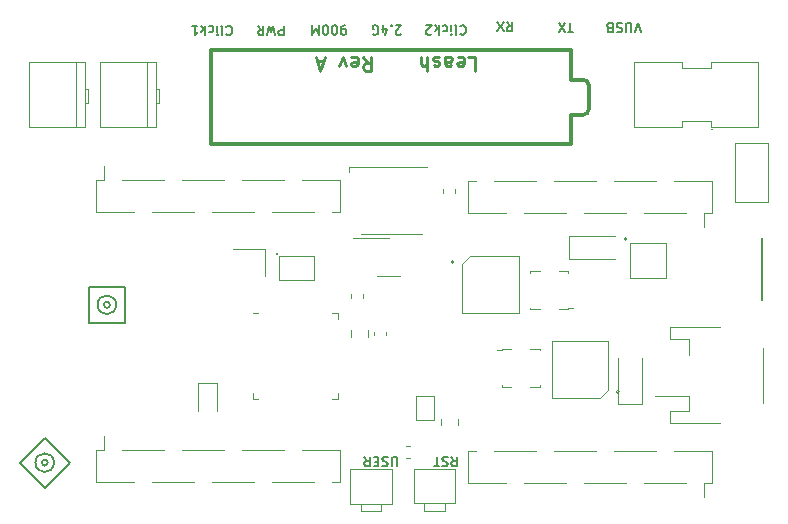
<source format=gbr>
G04 #@! TF.GenerationSoftware,KiCad,Pcbnew,5.1.3-ffb9f22~84~ubuntu19.04.1*
G04 #@! TF.CreationDate,2019-08-02T10:13:28-05:00*
G04 #@! TF.ProjectId,LeashPCB,4c656173-6850-4434-922e-6b696361645f,rev?*
G04 #@! TF.SameCoordinates,Original*
G04 #@! TF.FileFunction,Legend,Top*
G04 #@! TF.FilePolarity,Positive*
%FSLAX46Y46*%
G04 Gerber Fmt 4.6, Leading zero omitted, Abs format (unit mm)*
G04 Created by KiCad (PCBNEW 5.1.3-ffb9f22~84~ubuntu19.04.1) date 2019-08-02 10:13:28*
%MOMM*%
%LPD*%
G04 APERTURE LIST*
%ADD10C,0.230000*%
%ADD11C,0.150000*%
%ADD12C,0.300000*%
%ADD13C,0.120000*%
%ADD14C,0.100000*%
%ADD15C,0.080000*%
%ADD16C,0.050000*%
G04 APERTURE END LIST*
D10*
X135185714Y-42257142D02*
X135757142Y-42257142D01*
X135757142Y-43457142D01*
X134328571Y-42314285D02*
X134442857Y-42257142D01*
X134671428Y-42257142D01*
X134785714Y-42314285D01*
X134842857Y-42428571D01*
X134842857Y-42885714D01*
X134785714Y-43000000D01*
X134671428Y-43057142D01*
X134442857Y-43057142D01*
X134328571Y-43000000D01*
X134271428Y-42885714D01*
X134271428Y-42771428D01*
X134842857Y-42657142D01*
X133242857Y-42257142D02*
X133242857Y-42885714D01*
X133300000Y-43000000D01*
X133414285Y-43057142D01*
X133642857Y-43057142D01*
X133757142Y-43000000D01*
X133242857Y-42314285D02*
X133357142Y-42257142D01*
X133642857Y-42257142D01*
X133757142Y-42314285D01*
X133814285Y-42428571D01*
X133814285Y-42542857D01*
X133757142Y-42657142D01*
X133642857Y-42714285D01*
X133357142Y-42714285D01*
X133242857Y-42771428D01*
X132728571Y-42314285D02*
X132614285Y-42257142D01*
X132385714Y-42257142D01*
X132271428Y-42314285D01*
X132214285Y-42428571D01*
X132214285Y-42485714D01*
X132271428Y-42600000D01*
X132385714Y-42657142D01*
X132557142Y-42657142D01*
X132671428Y-42714285D01*
X132728571Y-42828571D01*
X132728571Y-42885714D01*
X132671428Y-43000000D01*
X132557142Y-43057142D01*
X132385714Y-43057142D01*
X132271428Y-43000000D01*
X131700000Y-42257142D02*
X131700000Y-43457142D01*
X131185714Y-42257142D02*
X131185714Y-42885714D01*
X131242857Y-43000000D01*
X131357142Y-43057142D01*
X131528571Y-43057142D01*
X131642857Y-43000000D01*
X131700000Y-42942857D01*
X126271428Y-42257142D02*
X126671428Y-42828571D01*
X126957142Y-42257142D02*
X126957142Y-43457142D01*
X126500000Y-43457142D01*
X126385714Y-43400000D01*
X126328571Y-43342857D01*
X126271428Y-43228571D01*
X126271428Y-43057142D01*
X126328571Y-42942857D01*
X126385714Y-42885714D01*
X126500000Y-42828571D01*
X126957142Y-42828571D01*
X125300000Y-42314285D02*
X125414285Y-42257142D01*
X125642857Y-42257142D01*
X125757142Y-42314285D01*
X125814285Y-42428571D01*
X125814285Y-42885714D01*
X125757142Y-43000000D01*
X125642857Y-43057142D01*
X125414285Y-43057142D01*
X125300000Y-43000000D01*
X125242857Y-42885714D01*
X125242857Y-42771428D01*
X125814285Y-42657142D01*
X124842857Y-43057142D02*
X124557142Y-42257142D01*
X124271428Y-43057142D01*
X122957142Y-42600000D02*
X122385714Y-42600000D01*
X123071428Y-42257142D02*
X122671428Y-43457142D01*
X122271428Y-42257142D01*
D11*
X133738095Y-76138095D02*
X134004761Y-76519047D01*
X134195238Y-76138095D02*
X134195238Y-76938095D01*
X133890476Y-76938095D01*
X133814285Y-76900000D01*
X133776190Y-76861904D01*
X133738095Y-76785714D01*
X133738095Y-76671428D01*
X133776190Y-76595238D01*
X133814285Y-76557142D01*
X133890476Y-76519047D01*
X134195238Y-76519047D01*
X133433333Y-76176190D02*
X133319047Y-76138095D01*
X133128571Y-76138095D01*
X133052380Y-76176190D01*
X133014285Y-76214285D01*
X132976190Y-76290476D01*
X132976190Y-76366666D01*
X133014285Y-76442857D01*
X133052380Y-76480952D01*
X133128571Y-76519047D01*
X133280952Y-76557142D01*
X133357142Y-76595238D01*
X133395238Y-76633333D01*
X133433333Y-76709523D01*
X133433333Y-76785714D01*
X133395238Y-76861904D01*
X133357142Y-76900000D01*
X133280952Y-76938095D01*
X133090476Y-76938095D01*
X132976190Y-76900000D01*
X132747619Y-76938095D02*
X132290476Y-76938095D01*
X132519047Y-76138095D02*
X132519047Y-76938095D01*
X129171428Y-76938095D02*
X129171428Y-76290476D01*
X129133333Y-76214285D01*
X129095238Y-76176190D01*
X129019047Y-76138095D01*
X128866666Y-76138095D01*
X128790476Y-76176190D01*
X128752380Y-76214285D01*
X128714285Y-76290476D01*
X128714285Y-76938095D01*
X128371428Y-76176190D02*
X128257142Y-76138095D01*
X128066666Y-76138095D01*
X127990476Y-76176190D01*
X127952380Y-76214285D01*
X127914285Y-76290476D01*
X127914285Y-76366666D01*
X127952380Y-76442857D01*
X127990476Y-76480952D01*
X128066666Y-76519047D01*
X128219047Y-76557142D01*
X128295238Y-76595238D01*
X128333333Y-76633333D01*
X128371428Y-76709523D01*
X128371428Y-76785714D01*
X128333333Y-76861904D01*
X128295238Y-76900000D01*
X128219047Y-76938095D01*
X128028571Y-76938095D01*
X127914285Y-76900000D01*
X127571428Y-76557142D02*
X127304761Y-76557142D01*
X127190476Y-76138095D02*
X127571428Y-76138095D01*
X127571428Y-76938095D01*
X127190476Y-76938095D01*
X126390476Y-76138095D02*
X126657142Y-76519047D01*
X126847619Y-76138095D02*
X126847619Y-76938095D01*
X126542857Y-76938095D01*
X126466666Y-76900000D01*
X126428571Y-76861904D01*
X126390476Y-76785714D01*
X126390476Y-76671428D01*
X126428571Y-76595238D01*
X126466666Y-76557142D01*
X126542857Y-76519047D01*
X126847619Y-76519047D01*
X134510000Y-39674285D02*
X134548095Y-39636190D01*
X134662380Y-39598095D01*
X134738571Y-39598095D01*
X134852857Y-39636190D01*
X134929047Y-39712380D01*
X134967142Y-39788571D01*
X135005238Y-39940952D01*
X135005238Y-40055238D01*
X134967142Y-40207619D01*
X134929047Y-40283809D01*
X134852857Y-40360000D01*
X134738571Y-40398095D01*
X134662380Y-40398095D01*
X134548095Y-40360000D01*
X134510000Y-40321904D01*
X134052857Y-39598095D02*
X134129047Y-39636190D01*
X134167142Y-39712380D01*
X134167142Y-40398095D01*
X133748095Y-39598095D02*
X133748095Y-40131428D01*
X133748095Y-40398095D02*
X133786190Y-40360000D01*
X133748095Y-40321904D01*
X133710000Y-40360000D01*
X133748095Y-40398095D01*
X133748095Y-40321904D01*
X133024285Y-39636190D02*
X133100476Y-39598095D01*
X133252857Y-39598095D01*
X133329047Y-39636190D01*
X133367142Y-39674285D01*
X133405238Y-39750476D01*
X133405238Y-39979047D01*
X133367142Y-40055238D01*
X133329047Y-40093333D01*
X133252857Y-40131428D01*
X133100476Y-40131428D01*
X133024285Y-40093333D01*
X132681428Y-39598095D02*
X132681428Y-40398095D01*
X132605238Y-39902857D02*
X132376666Y-39598095D01*
X132376666Y-40131428D02*
X132681428Y-39826666D01*
X132071904Y-40321904D02*
X132033809Y-40360000D01*
X131957619Y-40398095D01*
X131767142Y-40398095D01*
X131690952Y-40360000D01*
X131652857Y-40321904D01*
X131614761Y-40245714D01*
X131614761Y-40169523D01*
X131652857Y-40055238D01*
X132110000Y-39598095D01*
X131614761Y-39598095D01*
X149806666Y-40188095D02*
X149540000Y-39388095D01*
X149273333Y-40188095D01*
X149006666Y-40188095D02*
X149006666Y-39540476D01*
X148968571Y-39464285D01*
X148930476Y-39426190D01*
X148854285Y-39388095D01*
X148701904Y-39388095D01*
X148625714Y-39426190D01*
X148587619Y-39464285D01*
X148549523Y-39540476D01*
X148549523Y-40188095D01*
X148206666Y-39426190D02*
X148092380Y-39388095D01*
X147901904Y-39388095D01*
X147825714Y-39426190D01*
X147787619Y-39464285D01*
X147749523Y-39540476D01*
X147749523Y-39616666D01*
X147787619Y-39692857D01*
X147825714Y-39730952D01*
X147901904Y-39769047D01*
X148054285Y-39807142D01*
X148130476Y-39845238D01*
X148168571Y-39883333D01*
X148206666Y-39959523D01*
X148206666Y-40035714D01*
X148168571Y-40111904D01*
X148130476Y-40150000D01*
X148054285Y-40188095D01*
X147863809Y-40188095D01*
X147749523Y-40150000D01*
X147140000Y-39807142D02*
X147025714Y-39769047D01*
X146987619Y-39730952D01*
X146949523Y-39654761D01*
X146949523Y-39540476D01*
X146987619Y-39464285D01*
X147025714Y-39426190D01*
X147101904Y-39388095D01*
X147406666Y-39388095D01*
X147406666Y-40188095D01*
X147140000Y-40188095D01*
X147063809Y-40150000D01*
X147025714Y-40111904D01*
X146987619Y-40035714D01*
X146987619Y-39959523D01*
X147025714Y-39883333D01*
X147063809Y-39845238D01*
X147140000Y-39807142D01*
X147406666Y-39807142D01*
X138453333Y-39328095D02*
X138720000Y-39709047D01*
X138910476Y-39328095D02*
X138910476Y-40128095D01*
X138605714Y-40128095D01*
X138529523Y-40090000D01*
X138491428Y-40051904D01*
X138453333Y-39975714D01*
X138453333Y-39861428D01*
X138491428Y-39785238D01*
X138529523Y-39747142D01*
X138605714Y-39709047D01*
X138910476Y-39709047D01*
X138186666Y-40128095D02*
X137653333Y-39328095D01*
X137653333Y-40128095D02*
X138186666Y-39328095D01*
X144059523Y-40188095D02*
X143602380Y-40188095D01*
X143830952Y-39388095D02*
X143830952Y-40188095D01*
X143411904Y-40188095D02*
X142878571Y-39388095D01*
X142878571Y-40188095D02*
X143411904Y-39388095D01*
X129490000Y-40341904D02*
X129451904Y-40380000D01*
X129375714Y-40418095D01*
X129185238Y-40418095D01*
X129109047Y-40380000D01*
X129070952Y-40341904D01*
X129032857Y-40265714D01*
X129032857Y-40189523D01*
X129070952Y-40075238D01*
X129528095Y-39618095D01*
X129032857Y-39618095D01*
X128690000Y-39694285D02*
X128651904Y-39656190D01*
X128690000Y-39618095D01*
X128728095Y-39656190D01*
X128690000Y-39694285D01*
X128690000Y-39618095D01*
X127966190Y-40151428D02*
X127966190Y-39618095D01*
X128156666Y-40456190D02*
X128347142Y-39884761D01*
X127851904Y-39884761D01*
X127128095Y-40380000D02*
X127204285Y-40418095D01*
X127318571Y-40418095D01*
X127432857Y-40380000D01*
X127509047Y-40303809D01*
X127547142Y-40227619D01*
X127585238Y-40075238D01*
X127585238Y-39960952D01*
X127547142Y-39808571D01*
X127509047Y-39732380D01*
X127432857Y-39656190D01*
X127318571Y-39618095D01*
X127242380Y-39618095D01*
X127128095Y-39656190D01*
X127090000Y-39694285D01*
X127090000Y-39960952D01*
X127242380Y-39960952D01*
X124781428Y-39598095D02*
X124629047Y-39598095D01*
X124552857Y-39636190D01*
X124514761Y-39674285D01*
X124438571Y-39788571D01*
X124400476Y-39940952D01*
X124400476Y-40245714D01*
X124438571Y-40321904D01*
X124476666Y-40360000D01*
X124552857Y-40398095D01*
X124705238Y-40398095D01*
X124781428Y-40360000D01*
X124819523Y-40321904D01*
X124857619Y-40245714D01*
X124857619Y-40055238D01*
X124819523Y-39979047D01*
X124781428Y-39940952D01*
X124705238Y-39902857D01*
X124552857Y-39902857D01*
X124476666Y-39940952D01*
X124438571Y-39979047D01*
X124400476Y-40055238D01*
X123905238Y-40398095D02*
X123829047Y-40398095D01*
X123752857Y-40360000D01*
X123714761Y-40321904D01*
X123676666Y-40245714D01*
X123638571Y-40093333D01*
X123638571Y-39902857D01*
X123676666Y-39750476D01*
X123714761Y-39674285D01*
X123752857Y-39636190D01*
X123829047Y-39598095D01*
X123905238Y-39598095D01*
X123981428Y-39636190D01*
X124019523Y-39674285D01*
X124057619Y-39750476D01*
X124095714Y-39902857D01*
X124095714Y-40093333D01*
X124057619Y-40245714D01*
X124019523Y-40321904D01*
X123981428Y-40360000D01*
X123905238Y-40398095D01*
X123143333Y-40398095D02*
X123067142Y-40398095D01*
X122990952Y-40360000D01*
X122952857Y-40321904D01*
X122914761Y-40245714D01*
X122876666Y-40093333D01*
X122876666Y-39902857D01*
X122914761Y-39750476D01*
X122952857Y-39674285D01*
X122990952Y-39636190D01*
X123067142Y-39598095D01*
X123143333Y-39598095D01*
X123219523Y-39636190D01*
X123257619Y-39674285D01*
X123295714Y-39750476D01*
X123333809Y-39902857D01*
X123333809Y-40093333D01*
X123295714Y-40245714D01*
X123257619Y-40321904D01*
X123219523Y-40360000D01*
X123143333Y-40398095D01*
X122533809Y-39598095D02*
X122533809Y-40398095D01*
X122267142Y-39826666D01*
X122000476Y-40398095D01*
X122000476Y-39598095D01*
X119566666Y-39638095D02*
X119566666Y-40438095D01*
X119261904Y-40438095D01*
X119185714Y-40400000D01*
X119147619Y-40361904D01*
X119109523Y-40285714D01*
X119109523Y-40171428D01*
X119147619Y-40095238D01*
X119185714Y-40057142D01*
X119261904Y-40019047D01*
X119566666Y-40019047D01*
X118842857Y-40438095D02*
X118652380Y-39638095D01*
X118500000Y-40209523D01*
X118347619Y-39638095D01*
X118157142Y-40438095D01*
X117395238Y-39638095D02*
X117661904Y-40019047D01*
X117852380Y-39638095D02*
X117852380Y-40438095D01*
X117547619Y-40438095D01*
X117471428Y-40400000D01*
X117433333Y-40361904D01*
X117395238Y-40285714D01*
X117395238Y-40171428D01*
X117433333Y-40095238D01*
X117471428Y-40057142D01*
X117547619Y-40019047D01*
X117852380Y-40019047D01*
X114700000Y-39714285D02*
X114738095Y-39676190D01*
X114852380Y-39638095D01*
X114928571Y-39638095D01*
X115042857Y-39676190D01*
X115119047Y-39752380D01*
X115157142Y-39828571D01*
X115195238Y-39980952D01*
X115195238Y-40095238D01*
X115157142Y-40247619D01*
X115119047Y-40323809D01*
X115042857Y-40400000D01*
X114928571Y-40438095D01*
X114852380Y-40438095D01*
X114738095Y-40400000D01*
X114700000Y-40361904D01*
X114242857Y-39638095D02*
X114319047Y-39676190D01*
X114357142Y-39752380D01*
X114357142Y-40438095D01*
X113938095Y-39638095D02*
X113938095Y-40171428D01*
X113938095Y-40438095D02*
X113976190Y-40400000D01*
X113938095Y-40361904D01*
X113900000Y-40400000D01*
X113938095Y-40438095D01*
X113938095Y-40361904D01*
X113214285Y-39676190D02*
X113290476Y-39638095D01*
X113442857Y-39638095D01*
X113519047Y-39676190D01*
X113557142Y-39714285D01*
X113595238Y-39790476D01*
X113595238Y-40019047D01*
X113557142Y-40095238D01*
X113519047Y-40133333D01*
X113442857Y-40171428D01*
X113290476Y-40171428D01*
X113214285Y-40133333D01*
X112871428Y-39638095D02*
X112871428Y-40438095D01*
X112795238Y-39942857D02*
X112566666Y-39638095D01*
X112566666Y-40171428D02*
X112871428Y-39866666D01*
X111804761Y-39638095D02*
X112261904Y-39638095D01*
X112033333Y-39638095D02*
X112033333Y-40438095D01*
X112109523Y-40323809D01*
X112185714Y-40247619D01*
X112261904Y-40209523D01*
D12*
X145400000Y-44700000D02*
X145400000Y-46700000D01*
X145400000Y-46700000D02*
G75*
G02X144900000Y-47200000I-500000J0D01*
G01*
X144900000Y-44200000D02*
G75*
G02X145400000Y-44700000I0J-500000D01*
G01*
X143900000Y-41700000D02*
X113400000Y-41700000D01*
X143900000Y-44200000D02*
X143900000Y-41700000D01*
X144900000Y-44200000D02*
X143900000Y-44200000D01*
X143900000Y-47200000D02*
X144900000Y-47200000D01*
X143900000Y-49700000D02*
X143900000Y-47200000D01*
X113400000Y-49700000D02*
X143900000Y-49700000D01*
X113400000Y-41700000D02*
X113400000Y-49700000D01*
D13*
X105870000Y-75599999D02*
X109430000Y-75599999D01*
X103680000Y-75599999D02*
X104350000Y-75599999D01*
X123650000Y-78259999D02*
X124320000Y-78259999D01*
X104350000Y-75599999D02*
X104350000Y-74389999D01*
X118570000Y-78259999D02*
X122130000Y-78259999D01*
X108410000Y-78259999D02*
X111970000Y-78259999D01*
X103680000Y-78259999D02*
X103680000Y-75599999D01*
X121110000Y-75599999D02*
X124320000Y-75599999D01*
X116030000Y-75599999D02*
X119590000Y-75599999D01*
X103680000Y-78259999D02*
X106890000Y-78259999D01*
X113490000Y-78259999D02*
X117050000Y-78259999D01*
X124320000Y-78259999D02*
X124320000Y-75599999D01*
X110950000Y-75599999D02*
X114510000Y-75599999D01*
X103680000Y-55399999D02*
X103680000Y-52739999D01*
X103680000Y-52739999D02*
X104350000Y-52739999D01*
X105870000Y-52739999D02*
X109430000Y-52739999D01*
X110950000Y-52739999D02*
X114510000Y-52739999D01*
X116030000Y-52739999D02*
X119590000Y-52739999D01*
X121110000Y-52739999D02*
X124320000Y-52739999D01*
X124320000Y-55399999D02*
X124320000Y-52739999D01*
X103680000Y-55399999D02*
X106890000Y-55399999D01*
X108410000Y-55399999D02*
X111970000Y-55399999D01*
X113490000Y-55399999D02*
X117050000Y-55399999D01*
X118570000Y-55399999D02*
X122130000Y-55399999D01*
X123650000Y-55399999D02*
X124320000Y-55399999D01*
X104350000Y-52739999D02*
X104350000Y-51529999D01*
X157800000Y-49600000D02*
X157800000Y-54600000D01*
X160600000Y-49600000D02*
X157800000Y-49600000D01*
X160600000Y-54600000D02*
X160600000Y-49600000D01*
X157800000Y-54600000D02*
X160600000Y-54600000D01*
X125290000Y-65441422D02*
X125290000Y-65958578D01*
X126710000Y-65441422D02*
X126710000Y-65958578D01*
X153624856Y-55474182D02*
X150064856Y-55474182D01*
X155814856Y-55474182D02*
X155144856Y-55474182D01*
X135844856Y-52814182D02*
X135174856Y-52814182D01*
X155144856Y-55474182D02*
X155144856Y-56684182D01*
X140924856Y-52814182D02*
X137364856Y-52814182D01*
X151084856Y-52814182D02*
X147524856Y-52814182D01*
X155814856Y-52814182D02*
X155814856Y-55474182D01*
X138384856Y-55474182D02*
X135174856Y-55474182D01*
X143464856Y-55474182D02*
X139904856Y-55474182D01*
X155814856Y-52814182D02*
X152604856Y-52814182D01*
X146004856Y-52814182D02*
X142444856Y-52814182D01*
X135174856Y-52814182D02*
X135174856Y-55474182D01*
X148544856Y-55474182D02*
X144984856Y-55474182D01*
X155814856Y-75674182D02*
X155814856Y-78334182D01*
X155814856Y-78334182D02*
X155144856Y-78334182D01*
X153624856Y-78334182D02*
X150064856Y-78334182D01*
X148544856Y-78334182D02*
X144984856Y-78334182D01*
X143464856Y-78334182D02*
X139904856Y-78334182D01*
X138384856Y-78334182D02*
X135174856Y-78334182D01*
X135174856Y-75674182D02*
X135174856Y-78334182D01*
X155814856Y-75674182D02*
X152604856Y-75674182D01*
X151084856Y-75674182D02*
X147524856Y-75674182D01*
X146004856Y-75674182D02*
X142444856Y-75674182D01*
X140924856Y-75674182D02*
X137364856Y-75674182D01*
X135844856Y-75674182D02*
X135174856Y-75674182D01*
X155144856Y-78334182D02*
X155144856Y-79544182D01*
X155750000Y-42750000D02*
X159750000Y-42750000D01*
X155750000Y-43250000D02*
X155750000Y-42750000D01*
X153250000Y-43250000D02*
X155750000Y-43250000D01*
X153250000Y-42750000D02*
X153250000Y-43250000D01*
X149250000Y-42750000D02*
X153250000Y-42750000D01*
X149250000Y-48250000D02*
X149250000Y-42750000D01*
X155750000Y-47750000D02*
X155750000Y-48250000D01*
X153250000Y-47750000D02*
X155750000Y-47750000D01*
X153250000Y-48250000D02*
X153250000Y-47750000D01*
X149250000Y-48250000D02*
X153250000Y-48250000D01*
X159750000Y-48250000D02*
X155750000Y-48250000D01*
X159750000Y-42750000D02*
X159750000Y-48250000D01*
X143650000Y-63550000D02*
X144050000Y-63550000D01*
X140450000Y-60450000D02*
X140450000Y-60550000D01*
X141250000Y-60450000D02*
X140450000Y-60450000D01*
X143650000Y-60450000D02*
X142850000Y-60450000D01*
X143650000Y-60550000D02*
X143650000Y-60450000D01*
X140450000Y-63650000D02*
X140450000Y-63550000D01*
X141250000Y-63650000D02*
X140450000Y-63650000D01*
X143650000Y-63650000D02*
X143650000Y-63550000D01*
X142850000Y-63650000D02*
X143650000Y-63650000D01*
X138825000Y-67000000D02*
X138025000Y-67000000D01*
X138025000Y-67000000D02*
X138025000Y-67100000D01*
X140425000Y-67000000D02*
X141225000Y-67000000D01*
X141225000Y-67000000D02*
X141225000Y-67100000D01*
X138025000Y-70100000D02*
X138025000Y-70200000D01*
X138025000Y-70200000D02*
X138825000Y-70200000D01*
X140425000Y-70200000D02*
X141225000Y-70200000D01*
X141225000Y-70200000D02*
X141225000Y-70100000D01*
X138025000Y-67100000D02*
X137625000Y-67100000D01*
X160110000Y-71590000D02*
X160110000Y-66910000D01*
X153890000Y-66210000D02*
X153890000Y-67490000D01*
X152290000Y-66210000D02*
X153890000Y-66210000D01*
X152290000Y-65190000D02*
X152290000Y-66210000D01*
X156540000Y-65190000D02*
X152290000Y-65190000D01*
X153890000Y-71010000D02*
X151000000Y-71010000D01*
X153890000Y-72290000D02*
X153890000Y-71010000D01*
X152290000Y-72290000D02*
X153890000Y-72290000D01*
X152290000Y-73310000D02*
X152290000Y-72290000D01*
X156540000Y-73310000D02*
X152290000Y-73310000D01*
D14*
X114490000Y-38650000D02*
G75*
G03X114490000Y-38650000I-50000J0D01*
G01*
X134405000Y-38650000D02*
G75*
G03X134405000Y-38650000I-50000J0D01*
G01*
X119640000Y-38650000D02*
G75*
G03X119640000Y-38650000I-50000J0D01*
G01*
X124640000Y-38650000D02*
G75*
G03X124640000Y-38650000I-50000J0D01*
G01*
X129390000Y-38650000D02*
G75*
G03X129390000Y-38650000I-50000J0D01*
G01*
X149640000Y-38650000D02*
G75*
G03X149640000Y-38650000I-50000J0D01*
G01*
X139425000Y-38640000D02*
G75*
G03X139425000Y-38640000I-50000J0D01*
G01*
X144490000Y-38650000D02*
G75*
G03X144490000Y-38650000I-50000J0D01*
G01*
D13*
X131300000Y-57240000D02*
X126100000Y-57240000D01*
X131700000Y-51640000D02*
X125100000Y-51640000D01*
X125100000Y-51640000D02*
X125100000Y-52040000D01*
X128450000Y-57630000D02*
X125450000Y-57630000D01*
X129450000Y-60870000D02*
X127450000Y-60870000D01*
X148900000Y-58000000D02*
X151900000Y-58000000D01*
X151900000Y-58000000D02*
X151900000Y-61000000D01*
X151900000Y-61000000D02*
X148900000Y-61000000D01*
X148900000Y-61000000D02*
X148900000Y-58000000D01*
X148600000Y-57700000D02*
G75*
G03X148600000Y-57700000I-100000J0D01*
G01*
D11*
X160030000Y-59250000D02*
X160030000Y-61250000D01*
X160030000Y-61260000D02*
X160030000Y-62860000D01*
X160030000Y-57640000D02*
X160030000Y-59240000D01*
D13*
X125290000Y-62337221D02*
X125290000Y-62662779D01*
X126310000Y-62337221D02*
X126310000Y-62662779D01*
X133991421Y-59650000D02*
G75*
G03X133991421Y-59650000I-141421J0D01*
G01*
X135350000Y-59150000D02*
X134650000Y-59850000D01*
X139450000Y-59150000D02*
X135350000Y-59150000D01*
X139450000Y-63950000D02*
X139450000Y-59150000D01*
X134650000Y-63950000D02*
X139450000Y-63950000D01*
X134650000Y-59850000D02*
X134650000Y-63950000D01*
X147991421Y-70650000D02*
G75*
G03X147991421Y-70650000I-141421J0D01*
G01*
X146350000Y-71150000D02*
X147050000Y-70450000D01*
X142250000Y-71150000D02*
X146350000Y-71150000D01*
X142250000Y-66350000D02*
X142250000Y-71150000D01*
X147050000Y-66350000D02*
X142250000Y-66350000D01*
X147050000Y-70450000D02*
X147050000Y-66350000D01*
X130262779Y-75190000D02*
X129937221Y-75190000D01*
X130262779Y-76210000D02*
X129937221Y-76210000D01*
D15*
X132250000Y-71000000D02*
X130750000Y-71000000D01*
X132250000Y-73000000D02*
X132250000Y-71000000D01*
X130750000Y-73000000D02*
X132250000Y-73000000D01*
X130750000Y-71000000D02*
X130750000Y-73000000D01*
D16*
X119070711Y-58950000D02*
G75*
G03X119070711Y-58950000I-70711J0D01*
G01*
X119150000Y-61150000D02*
X119150000Y-59150000D01*
X122150000Y-61150000D02*
X119150000Y-61150000D01*
X122150000Y-59150000D02*
X122150000Y-61150000D01*
X119150000Y-59150000D02*
X122150000Y-59150000D01*
D11*
X103090000Y-64775000D02*
X103090000Y-61775000D01*
X106090000Y-64775000D02*
X103090000Y-64775000D01*
X106090000Y-61775000D02*
X106090000Y-64775000D01*
X103090000Y-61775000D02*
X106090000Y-61775000D01*
X104840000Y-63275000D02*
G75*
G03X104840000Y-63275000I-250000J0D01*
G01*
X105380569Y-63275000D02*
G75*
G03X105380569Y-63275000I-790569J0D01*
G01*
X99330000Y-78761320D02*
X97208680Y-76640000D01*
X101451320Y-76640000D02*
X99330000Y-78761320D01*
X99330000Y-74518680D02*
X101451320Y-76640000D01*
X97208680Y-76640000D02*
X99330000Y-74518680D01*
X99580000Y-76640000D02*
G75*
G03X99580000Y-76640000I-250000J0D01*
G01*
X100120569Y-76640000D02*
G75*
G03X100120569Y-76640000I-790569J0D01*
G01*
D13*
X134110000Y-53812779D02*
X134110000Y-53487221D01*
X133090000Y-53812779D02*
X133090000Y-53487221D01*
D16*
X127820000Y-80750000D02*
X127820000Y-80100000D01*
X126120000Y-80750000D02*
X127820000Y-80750000D01*
X126120000Y-80100000D02*
X126120000Y-80750000D01*
X125220000Y-80100000D02*
X125220000Y-77200000D01*
X128720000Y-80100000D02*
X125220000Y-80100000D01*
X128720000Y-77200000D02*
X128720000Y-80100000D01*
X125220000Y-77200000D02*
X128720000Y-77200000D01*
X133180000Y-80710000D02*
X133180000Y-80060000D01*
X131480000Y-80710000D02*
X133180000Y-80710000D01*
X131480000Y-80060000D02*
X131480000Y-80710000D01*
X130580000Y-80060000D02*
X130580000Y-77160000D01*
X134080000Y-80060000D02*
X130580000Y-80060000D01*
X134080000Y-77160000D02*
X134080000Y-80060000D01*
X130580000Y-77160000D02*
X134080000Y-77160000D01*
D13*
X117415000Y-63990000D02*
X116940000Y-63990000D01*
X124160000Y-71210000D02*
X124160000Y-70735000D01*
X123685000Y-71210000D02*
X124160000Y-71210000D01*
X116940000Y-71210000D02*
X116940000Y-70735000D01*
X117415000Y-71210000D02*
X116940000Y-71210000D01*
X124160000Y-63990000D02*
X124160000Y-64465000D01*
X123685000Y-63990000D02*
X124160000Y-63990000D01*
X109000000Y-45000000D02*
X108750000Y-45000000D01*
X109000000Y-46200000D02*
X109000000Y-45000000D01*
X108750000Y-46200000D02*
X109000000Y-46200000D01*
X108750000Y-48250000D02*
X108000000Y-48250000D01*
X108000000Y-42750000D02*
X108750000Y-42750000D01*
X108750000Y-42750000D02*
X108750000Y-48250000D01*
X104000000Y-48250000D02*
X104000000Y-42750000D01*
X104000000Y-42750000D02*
X108000000Y-42750000D01*
X108000000Y-42750000D02*
X108000000Y-48250000D01*
X108000000Y-48250000D02*
X104000000Y-48250000D01*
X103000000Y-45000000D02*
X102750000Y-45000000D01*
X103000000Y-46200000D02*
X103000000Y-45000000D01*
X102750000Y-46200000D02*
X103000000Y-46200000D01*
X102750000Y-48250000D02*
X102000000Y-48250000D01*
X102000000Y-42750000D02*
X102750000Y-42750000D01*
X102750000Y-42750000D02*
X102750000Y-48250000D01*
X98000000Y-48250000D02*
X98000000Y-42750000D01*
X98000000Y-42750000D02*
X102000000Y-42750000D01*
X102000000Y-42750000D02*
X102000000Y-48250000D01*
X102000000Y-48250000D02*
X98000000Y-48250000D01*
X147900000Y-71650000D02*
X147900000Y-67750000D01*
X149900000Y-71650000D02*
X149900000Y-67750000D01*
X147900000Y-71650000D02*
X149900000Y-71650000D01*
X143750000Y-57430000D02*
X147650000Y-57430000D01*
X143750000Y-59430000D02*
X147650000Y-59430000D01*
X143750000Y-57430000D02*
X143750000Y-59430000D01*
X127180000Y-65537221D02*
X127180000Y-65862779D01*
X128200000Y-65537221D02*
X128200000Y-65862779D01*
X117960000Y-58530000D02*
X115260000Y-58530000D01*
X117960000Y-60830000D02*
X117960000Y-58530000D01*
X112350000Y-69870000D02*
X112350000Y-72270000D01*
X113950000Y-69870000D02*
X112350000Y-69870000D01*
X113950000Y-72270000D02*
X113950000Y-69870000D01*
D14*
X155850000Y-48410000D02*
G75*
G03X155850000Y-48410000I-50000J0D01*
G01*
D13*
X132890000Y-72941422D02*
X132890000Y-73458578D01*
X134310000Y-72941422D02*
X134310000Y-73458578D01*
M02*

</source>
